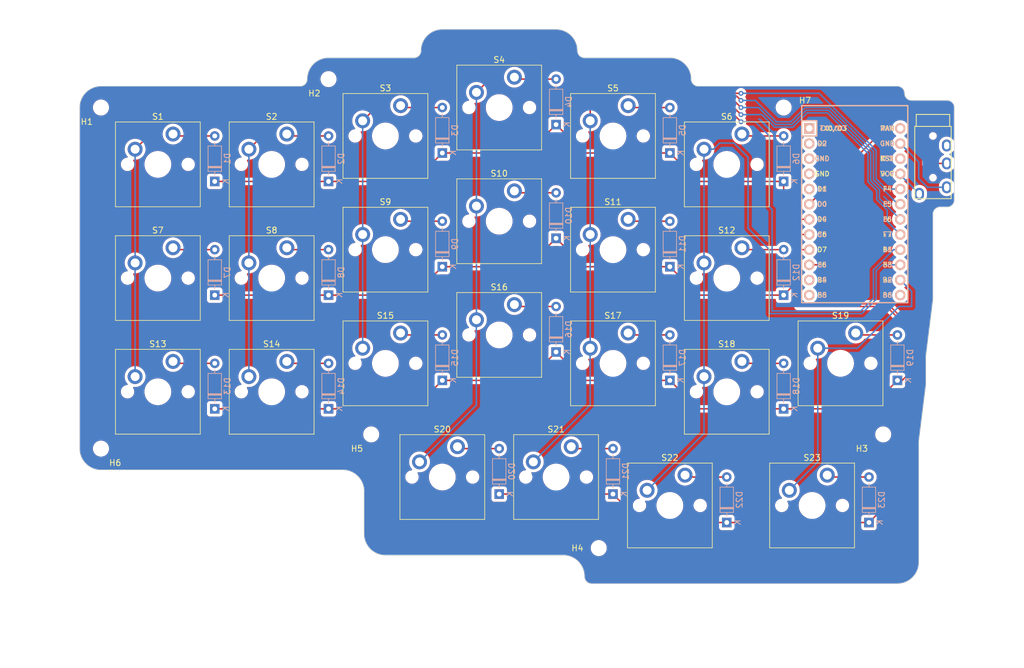
<source format=kicad_pcb>
(kicad_pcb (version 20221018) (generator pcbnew)
  (layers (0 "F.Cu" signal) (31 "B.Cu" signal) (34 "B.Paste" user) (35 "F.Paste" user) (36 "B.SilkS" user "B.Silkscreen") (37 "F.SilkS" user "F.Silkscreen") (38 "B.Mask" user) (39 "F.Mask" user) (44 "Edge.Cuts" user))
  (net 0 "")
  (net 1 "row_L0")
  (net 2 "Net-(D1-A)")
  (net 3 "Net-(D2-A)")
  (net 4 "Net-(D3-A)")
  (net 5 "Net-(D4-A)")
  (net 6 "Net-(D5-A)")
  (net 7 "Net-(D6-A)")
  (net 8 "row_L1")
  (net 9 "Net-(D7-A)")
  (net 10 "Net-(D8-A)")
  (net 11 "Net-(D9-A)")
  (net 12 "Net-(D10-A)")
  (net 13 "Net-(D11-A)")
  (net 14 "Net-(D12-A)")
  (net 15 "row_L2")
  (net 16 "Net-(D13-A)")
  (net 17 "Net-(D14-A)")
  (net 18 "Net-(D15-A)")
  (net 19 "Net-(D16-A)")
  (net 20 "Net-(D17-A)")
  (net 21 "Net-(D18-A)")
  (net 22 "Net-(D19-A)")
  (net 23 "row_L3")
  (net 24 "Net-(D20-A)")
  (net 25 "Net-(D21-A)")
  (net 26 "Net-(D22-A)")
  (net 27 "Net-(D23-A)")
  (net 28 "col_L0")
  (net 29 "col_L1")
  (net 30 "col_L2")
  (net 31 "col_L4")
  (net 32 "col_L3")
  (net 33 "col_L5")
  (net 34 "col_L6")
  (net 40 "SCL_L")
  (net 44 "VCC_L")
  (net 46 "GND_L")
  (footprint "ScottoKeebs_Components:TRRS_PJ-320A" (layer "F.Cu") (at 214.550625 47.374375)
    (fp_text reference "U3")
    (fp_text value "TRRS")
  )
  (footprint "MountingHole:MountingHole_2.2mm_M2" (layer "F.Cu") (at 120.49125 98.980625)
    (fp_text reference "H5")
    (fp_text value "Mounting_Hole")
  )
  (footprint "ScottoKeebs_MX:MX_PCB_1.00u" (layer "F.Cu") (at 122.8725 68.024375)
    (fp_text reference "S9")
    (fp_text value "Keyswitch")
  )
  (footprint "MountingHole:MountingHole_2.2mm_M2" (layer "F.Cu") (at 75.2475 44.211875)
    (fp_text reference "H1")
    (fp_text value "Mounting_Hole")
  )
  (footprint "ScottoKeebs_MX:MX_PCB_1.00u" (layer "F.Cu") (at 141.9225 82.311875)
    (fp_text reference "S16")
    (fp_text value "Keyswitch")
  )
  (footprint "ScottoKeebs_MX:MX_PCB_1.00u" (layer "F.Cu") (at 84.7725 91.836875)
    (fp_text reference "S13")
    (fp_text value "Keyswitch")
  )
  (footprint "ScottoKeebs_MX:MX_PCB_1.00u" (layer "F.Cu") (at 141.9225 63.261875)
    (fp_text reference "S10")
    (fp_text value "Keyswitch")
  )
  (footprint "ScottoKeebs_MX:MX_PCB_1.00u" (layer "F.Cu") (at 103.8225 53.736875)
    (fp_text reference "S2")
    (fp_text value "Keyswitch")
  )
  (footprint "ScottoKeebs_MX:MX_PCB_1.00u" (layer "F.Cu") (at 160.9725 87.074375)
    (fp_text reference "S17")
    (fp_text value "Keyswitch")
  )
  (footprint "MountingHole:MountingHole_2.2mm_M2" (layer "F.Cu") (at 158.59125 118.030625)
    (fp_text reference "H4")
    (fp_text value "Mounting_Hole")
  )
  (footprint "ScottoKeebs_MX:MX_PCB_1.00u" (layer "F.Cu") (at 132.3975 106.124375)
    (fp_text reference "S20")
    (fp_text value "Keyswitch")
  )
  (footprint "ScottoKeebs_MX:MX_PCB_1.00u" (layer "F.Cu") (at 151.4475 106.124375)
    (fp_text reference "S21")
    (fp_text value "Keyswitch")
  )
  (footprint "MountingHole:MountingHole_2.2mm_M2" (layer "F.Cu") (at 189.5475 44.211875)
    (fp_text reference "H7")
    (fp_text value "Mounting_Hole")
  )
  (footprint "ScottoKeebs_MX:MX_PCB_1.00u" (layer "F.Cu") (at 180.0225 53.736875)
    (fp_text reference "S6")
    (fp_text value "Keyswitch")
  )
  (footprint "ScottoKeebs_MX:MX_PCB_1.00u" (layer "F.Cu") (at 180.0225 91.836875)
    (fp_text reference "S18")
    (fp_text value "Keyswitch")
  )
  (footprint "ScottoKeebs_MX:MX_PCB_1.00u" (layer "F.Cu") (at 170.4975 110.886875)
    (fp_text reference "S22")
    (fp_text value "Keyswitch")
  )
  (footprint "ScottoKeebs_MX:MX_PCB_1.00u" (layer "F.Cu") (at 122.8725 48.974375)
    (fp_text reference "S3")
    (fp_text value "Keyswitch")
  )
  (footprint "ScottoKeebs_MX:MX_PCB_1.50u" (layer "F.Cu") (at 194.31 110.886875)
    (fp_text reference "S23")
    (fp_text value "Keyswitch")
  )
  (footprint "ScottoKeebs_MX:MX_PCB_1.00u" (layer "F.Cu") (at 160.9725 48.974375)
    (fp_text reference "S5")
    (fp_text value "Keyswitch")
  )
  (footprint "ScottoKeebs_MCU:Arduino_Pro_Micro" (layer "F.Cu") (at 201.45375 61.674375)
    (fp_text reference "U1" hide)
    (fp_text value "Arduino_Pro_Micro" hide)
  )
  (footprint "ScottoKeebs_MX:MX_PCB_1.00u" (layer "F.Cu") (at 160.9725 68.024375)
    (fp_text reference "S11")
    (fp_text value "Keyswitch")
  )
  (footprint "ScottoKeebs_MX:MX_PCB_1.00u" (layer "F.Cu") (at 199.0725 87.074375)
    (fp_text reference "S19")
    (fp_text value "Keyswitch")
  )
  (footprint "ScottoKeebs_MX:MX_PCB_1.00u" (layer "F.Cu") (at 84.7725 53.736875)
    (fp_text reference "S1")
    (fp_text value "Keyswitch")
  )
  (footprint "ScottoKeebs_MX:MX_PCB_1.00u" (layer "F.Cu") (at 180.0225 72.786875)
    (fp_text reference "S12")
    (fp_text value "Keyswitch")
  )
  (footprint "MountingHole:MountingHole_2.2mm_M2" (layer "F.Cu") (at 206.21625 98.980625)
    (fp_text reference "H3")
    (fp_text value "Mounting_Hole")
  )
  (footprint "MountingHole:MountingHole_2.2mm_M2" (layer "F.Cu") (at 113.3475 39.449375)
    (fp_text reference "H2")
    (fp_text value "Mounting_Hole")
  )
  (footprint "ScottoKeebs_MX:MX_PCB_1.00u" (layer "F.Cu") (at 84.7725 72.786875)
    (fp_text reference "S7")
    (fp_text value "Keyswitch")
  )
  (footprint "MountingHole:MountingHole_2.2mm_M2" (layer "F.Cu") (at 75.2475 101.361875)
    (fp_text reference "H6")
    (fp_text value "Mounting_Hole")
  )
  (footprint "ScottoKeebs_MX:MX_PCB_1.00u" (layer "F.Cu") (at 141.9225 44.211875)
    (fp_text reference "S4")
    (fp_text value "Keyswitch")
  )
  (footprint "ScottoKeebs_MX:MX_PCB_1.00u" (layer "F.Cu") (at 103.8225 91.836875)
    (fp_text reference "S14")
    (fp_text value "Keyswitch")
  )
  (footprint "ScottoKeebs_MX:MX_PCB_1.00u" (layer "F.Cu") (at 122.8725 87.074375)
    (fp_text reference "S15")
    (fp_text value "Keyswitch")
  )
  (footprint "ScottoKeebs_MX:MX_PCB_1.00u" (layer "F.Cu") (at 103.8225 72.786875)
    (fp_text reference "S8")
    (fp_text value "Keyswitch")
  )
  (footprint "ScottoKeebs_Components:Diode_DO-35" (layer "B.Cu") (at 189.5475 56.594375 90)
    (fp_text reference "D6")
    (fp_text value "Diode")
  )
  (footprint "ScottoKeebs_Components:Diode_DO-35" (layer "B.Cu") (at 94.2975 56.594375 90)
    (fp_text reference "D1")
    (fp_text value "Diode")
  )
  (footprint "ScottoKeebs_Components:Diode_DO-35" (layer "B.Cu") (at 94.2975 75.644375 90)
    (fp_text reference "D7")
    (fp_text value "Diode")
  )
  (footprint "ScottoKeebs_Components:Diode_DO-35" (layer "B.Cu") (at 132.3975 51.831875 90)
    (fp_text reference "D3")
    (fp_text value "Diode")
  )
  (footprint "ScottoKeebs_Components:Diode_DO-35" (layer "B.Cu") (at 203.835 113.744375 90)
    (fp_text reference "D23")
    (fp_text value "Diode")
  )
  (footprint "ScottoKeebs_Components:Diode_DO-35" (layer "B.Cu") (at 170.4975 89.931875 90)
    (fp_text reference "D17")
    (fp_text value "Diode")
  )
  (footprint "ScottoKeebs_Components:Diode_DO-35" (layer "B.Cu") (at 94.2975 94.694375 90)
    (fp_text reference "D13")
    (fp_text value "Diode")
  )
  (footprint "ScottoKeebs_Components:Diode_DO-35" (layer "B.Cu") (at 151.4475 85.169375 90)
    (fp_text reference "D16")
    (fp_text value "Diode")
  )
  (footprint "ScottoKeebs_Components:Diode_DO-35" (layer "B.Cu") (at 141.9225 108.981875 90)
    (fp_text reference "D20")
    (fp_text value "Diode")
  )
  (footprint "ScottoKeebs_Components:Diode_DO-35" (layer "B.Cu") (at 151.4475 47.069375 90)
    (fp_text reference "D4")
    (fp_text value "Diode")
  )
  (footprint "ScottoKeebs_Components:Diode_DO-35" (layer "B.Cu") (at 170.4975 51.831875 90)
    (fp_text reference "D5")
    (fp_text value "Diode")
  )
  (footprint "ScottoKeebs_Components:Diode_DO-35" (layer "B.Cu") (at 189.5475 94.694375 90)
    (fp_text reference "D18")
    (fp_text value "Diode")
  )
  (footprint "ScottoKeebs_Components:Diode_DO-35" (layer "B.Cu") (at 132.3975 70.881875 90)
    (fp_text reference "D9")
    (fp_text value "Diode")
  )
  (footprint "ScottoKeebs_Components:Diode_DO-35" (layer "B.Cu") (at 132.3975 89.931875 90)
    (fp_text reference "D15")
    (fp_text value "Diode")
  )
  (footprint "ScottoKeebs_Components:Diode_DO-35" (layer "B.Cu") (at 189.5475 75.644375 90)
    (fp_text reference "D12")
    (fp_text value "Diode")
  )
  (footprint "ScottoKeebs_Components:Diode_DO-35" (layer "B.Cu") (at 208.5975 89.931875 90)
    (fp_text reference "D19")
    (fp_text value "Diode")
  )
  (footprint "ScottoKeebs_Components:Diode_DO-35" (layer "B.Cu") (at 113.3475 56.594375 90)
    (fp_text reference "D2")
    (fp_text value "Diode")
  )
  (footprint "ScottoKeebs_Components:Diode_DO-35" (layer "B.Cu") (at 160.9725 108.981875 90)
    (fp_text reference "D21")
    (fp_text value "Diode")
  )
  (footprint "ScottoKeebs_Components:Diode_DO-35" (layer "B.Cu") (at 113.3475 94.694375 90)
    (fp_text reference "D14")
    (fp_text value "Diode")
  )
  (footprint "ScottoKeebs_Components:Diode_DO-35" (layer "B.Cu") (at 113.3475 75.644375 90)
    (fp_text reference "D8")
    (fp_text value "Diode")
  )
  (footprint "ScottoKeebs_Components:Diode_DO-35" (layer "B.Cu") (at 170.4975 70.881875 90)
    (fp_text reference "D11")
    (fp_text value "Diode")
  )
  (footprint "ScottoKeebs_Components:Diode_DO-35" (layer "B.Cu") (at 180.0225 113.744375 90)
    (fp_text reference "D22")
    (fp_text value "Diode")
  )
  (footprint "ScottoKeebs_Components:Diode_DO-35" (layer "B.Cu") (at 151.4475 66.119375 90)
    (fp_text reference "D10")
    (fp_text value "Diode")
  )
  (gr_arc (start 175.26 40.64) (mid 174.418101 40.291274) (end 174.069375 39.449375) (stroke (width 0.1)) (layer "Edge.Cuts"))
  (gr_arc (start 122.8725 119.22125) (mid 120.346803 118.175072) (end 119.300625 115.649375) (stroke (width 0.1)) (layer "Edge.Cuts"))
  (gr_arc (start 109.775625 39.449375) (mid 109.426899 40.291274) (end 108.585 40.64) (stroke (width 0.1)) (layer "Edge.Cuts"))
  (gr_line (start 213.36 90.64625) (end 212.169375 100.17125) (stroke (width 0.1)) (layer "Edge.Cuts"))
  (gr_line (start 75.2475 104.93375) (end 113.3475 104.93375) (stroke (width 0.1)) (layer "Edge.Cuts"))
  (gr_line (start 218.1225 44.211875) (end 218.1225 50.165) (stroke (width 0.1)) (layer "Edge.Cuts"))
  (gr_arc (start 71.675625 44.211875) (mid 72.721803 41.686178) (end 75.2475 40.64) (stroke (width 0.1)) (layer "Edge.Cuts"))
  (gr_line (start 75.2475 40.64) (end 108.585 40.64) (stroke (width 0.1)) (layer "Edge.Cuts"))
  (gr_line (start 210.97875 43.02125) (end 216.931875 43.02125) (stroke (width 0.1)) (layer "Edge.Cuts"))
  (gr_line (start 122.8725 119.22125) (end 152.638125 119.22125) (stroke (width 0.1)) (layer "Edge.Cuts"))
  (gr_arc (start 216.931875 43.02125) (mid 217.77379 43.369967) (end 218.1225 44.211875) (stroke (width 0.1)) (layer "Edge.Cuts"))
  (gr_line (start 132.3975 31.115) (end 151.4475 31.115) (stroke (width 0.1)) (layer "Edge.Cuts"))
  (gr_arc (start 152.638125 119.22125) (mid 155.163824 120.267434) (end 156.21 122.793125) (stroke (width 0.1)) (layer "Edge.Cuts"))
  (gr_arc (start 218.1225 59.69) (mid 217.773764 60.531874) (end 216.931875 60.880625) (stroke (width 0.1)) (layer "Edge.Cuts"))
  (gr_line (start 119.300625 108.505625) (end 119.300625 115.649375) (stroke (width 0.1)) (layer "Edge.Cuts"))
  (gr_arc (start 151.4475 31.115) (mid 153.973197 32.161178) (end 155.019375 34.686875) (stroke (width 0.1)) (layer "Edge.Cuts"))
  (gr_arc (start 214.550625 62.07125) (mid 214.899357 61.229349) (end 215.74125 60.880625) (stroke (width 0.1)) (layer "Edge.Cuts"))
  (gr_arc (start 210.97875 43.02125) (mid 210.136866 42.672509) (end 209.788125 41.830625) (stroke (width 0.1)) (layer "Edge.Cuts"))
  (gr_line (start 218.1225 59.69) (end 218.1225 50.165) (stroke (width 0.1)) (layer "Edge.Cuts"))
  (gr_line (start 175.26 40.64) (end 208.5975 40.64) (stroke (width 0.1)) (layer "Edge.Cuts"))
  (gr_line (start 71.675625 98.980625) (end 71.675625 101.361875) (stroke (width 0.1)) (layer "Edge.Cuts"))
  (gr_arc (start 109.775625 39.449375) (mid 110.821803 36.923678) (end 113.3475 35.8775) (stroke (width 0.1)) (layer "Edge.Cuts"))
  (gr_arc (start 115.72875 104.93375) (mid 118.254432 105.979943) (end 119.300625 108.505625) (stroke (width 0.1)) (layer "Edge.Cuts"))
  (gr_line (start 212.169375 120.411875) (end 212.169375 100.17125) (stroke (width 0.1)) (layer "Edge.Cuts"))
  (gr_line (start 214.550625 76.35875) (end 214.550625 62.07125) (stroke (width 0.1)) (layer "Edge.Cuts"))
  (gr_arc (start 128.825625 34.686875) (mid 128.476899 35.528774) (end 127.635 35.8775) (stroke (width 0.1)) (layer "Edge.Cuts"))
  (gr_line (start 113.3475 35.8775) (end 127.635 35.8775) (stroke (width 0.1)) (layer "Edge.Cuts"))
  (gr_arc (start 75.2475 104.93375) (mid 72.721803 103.887572) (end 71.675625 101.361875) (stroke (width 0.1)) (layer "Edge.Cuts"))
  (gr_line (start 156.21 35.8775) (end 168.11625 35.8775) (stroke (width 0.1)) (layer "Edge.Cuts"))
  (gr_line (start 157.400625 123.98375) (end 208.5975 123.98375) (stroke (width 0.1)) (layer "Edge.Cuts"))
  (gr_arc (start 212.169375 120.411875) (mid 211.123197 122.937572) (end 208.5975 123.98375) (stroke (width 0.1)) (layer "Edge.Cuts"))
  (gr_line (start 113.3475 104.93375) (end 115.72875 104.93375) (stroke (width 0.1)) (layer "Edge.Cuts"))
  (gr_line (start 213.36 85.88375) (end 213.36 90.64625) (stroke (width 0.1)) (layer "Edge.Cuts"))
  (gr_arc (start 170.4975 35.8775) (mid 173.023197 36.923678) (end 174.069375 39.449375) (stroke (width 0.1)) (layer "Edge.Cuts"))
  (gr_line (start 168.11625 35.8775) (end 170.4975 35.8775) (stroke (width 0.1)) (layer "Edge.Cuts"))
  (gr_arc (start 156.21 35.8775) (mid 155.368101 35.528774) (end 155.019375 34.686875) (stroke (width 0.1)) (layer "Edge.Cuts"))
  (gr_arc (start 157.400625 123.98375) (mid 156.558692 123.635036) (end 156.21 122.793125) (stroke (width 0.1)) (layer "Edge.Cuts"))
  (gr_line (start 214.550625 76.35875) (end 213.36 85.88375) (stroke (width 0.1)) (layer "Edge.Cuts"))
  (gr_arc (start 208.5975 40.64) (mid 209.439417 40.988723) (end 209.788125 41.830625) (stroke (width 0.1)) (layer "Edge.Cuts"))
  (gr_line (start 71.675625 44.211875) (end 71.675625 98.980625) (stroke (width 0.1)) (layer "Edge.Cuts"))
  (gr_line (start 216.931875 60.880625) (end 215.74125 60.880625) (stroke (width 0.1)) (layer "Edge.Cuts"))
  (gr_arc (start 128.825625 34.686875) (mid 129.871803 32.161178) (end 132.3975 31.115) (stroke (width 0.1)) (layer "Edge.Cuts"))
  (segment (start 151.4475 47.069375) (end 156.21 51.831875) (width 0.25) (layer "F.Cu") (net 1))
  (segment (start 156.21 51.831875) (end 170.4975 51.831875) (width 0.25) (layer "F.Cu") (net 1))
  (segment (start 146.685 51.831875) (end 151.4475 47.069375) (width 0.25) (layer "F.Cu") (net 1))
  (segment (start 191.61125 62.944375) (end 193.83375 62.944375) (width 0.25) (layer "F.Cu") (net 1))
  (segment (start 170.4975 51.831875) (end 175.26 56.594375) (width 0.25) (layer "F.Cu") (net 1))
  (segment (start 113.3475 56.594375) (end 127.635 56.594375) (width 0.25) (layer "F.Cu") (net 1))
  (segment (start 189.5475 56.594375) (end 189.5475 60.880625) (width 0.25) (layer "F.Cu") (net 1))
  (segment (start 175.26 56.594375) (end 189.5475 56.594375) (width 0.25) (layer "F.Cu") (net 1))
  (segment (start 94.2975 56.594375) (end 113.3475 56.594375) (width 0.25) (layer "F.Cu") (net 1))
  (segment (start 132.3975 51.831875) (end 146.685 51.831875) (width 0.25) (layer "F.Cu") (net 1))
  (segment (start 189.5475 60.880625) (end 191.61125 62.944375) (width 0.25) (layer "F.Cu") (net 1))
  (segment (start 127.635 56.594375) (end 132.3975 51.831875) (width 0.25) (layer "F.Cu") (net 1))
  (segment (start 87.63 48.974375) (end 87.3125 48.656875) (width 0.25) (layer "F.Cu") (net 2))
  (segment (start 94.2975 48.974375) (end 87.63 48.974375) (width 0.25) (layer "F.Cu") (net 2))
  (segment (start 113.3475 48.974375) (end 106.68 48.974375) (width 0.25) (layer "F.Cu") (net 3))
  (segment (start 106.68 48.974375) (end 106.3625 48.656875) (width 0.25) (layer "F.Cu") (net 3))
  (segment (start 125.73 44.211875) (end 125.4125 43.894375) (width 0.25) (layer "F.Cu") (net 4))
  (segment (start 132.3975 44.211875) (end 125.73 44.211875) (width 0.25) (layer "F.Cu") (net 4))
  (segment (start 151.4475 39.449375) (end 144.78 39.449375) (width 0.25) (layer "F.Cu") (net 5))
  (segment (start 144.78 39.449375) (end 144.4625 39.131875) (width 0.25) (layer "F.Cu") (net 5))
  (segment (start 163.83 44.211875) (end 163.5125 43.894375) (width 0.25) (layer "F.Cu") (net 6))
  (segment (start 170.4975 44.211875) (end 163.83 44.211875) (width 0.25) (layer "F.Cu") (net 6))
  (segment (start 189.5475 48.974375) (end 182.88 48.974375) (width 0.25) (layer "F.Cu") (net 7))
  (segment (start 182.88 48.974375) (end 182.5625 48.656875) (width 0.25) (layer "F.Cu") (net 7))
  (segment (start 189.5475 75.644375) (end 175.26 75.644375) (width 0.25) (layer "F.Cu") (net 8))
  (segment (start 191.47875 66.093125) (end 192.0875 65.484375) (width 0.25) (layer "F.Cu") (net 8))
  (segment (start 132.3975 70.881875) (end 146.685 70.881875) (width 0.25) (layer "F.Cu") (net 8))
  (segment (start 127.635 75.644375) (end 132.3975 70.881875) (width 0.25) (layer "F.Cu") (net 8))
  (segment (start 146.685 70.881875) (end 151.4475 66.119375) (width 0.25) (layer "F.Cu") (net 8))
  (segment (start 191.47875 73.713125) (end 191.47875 66.093125) (width 0.25) (layer "F.Cu") (net 8))
  (segment (start 192.0875 65.484375) (end 193.83375 65.484375) (width 0.25) (layer "F.Cu") (net 8))
  (segment (start 156.21 70.881875) (end 151.4475 66.119375) (width 0.25) (layer "F.Cu") (net 8))
  (segment (start 113.3475 75.644375) (end 127.635 75.644375) (width 0.25) (layer "F.Cu") (net 8))
  (segment (start 175.26 75.644375) (end 170.4975 70.881875) (width 0.25) (layer "F.Cu") (net 8))
  (segment (start 189.5475 75.644375) (end 191.47875 73.713125) (width 0.25) (layer "F.Cu") (net 8))
  (segment (start 94.2975 75.644375) (end 113.3475 75.644375) (width 0.25) (layer "F.Cu") (net 8))
  (segment (start 170.4975 70.881875) (end 156.21 70.881875) (width 0.25) (layer "F.Cu") (net 8))
  (segment (start 87.63 68.024375) (end 87.3125 67.706875) (width 0.25) (layer "F.Cu") (net 9))
  (segment (start 94.2975 68.024375) (end 87.63 68.024375) (width 0.25) (layer "F.Cu") (net 9))
  (segment (start 113.3475 68.024375) (end 106.68 68.024375) (width 0.25) (layer "F.Cu") (net 10))
  (segment (start 106.68 68.024375) (end 106.3625 67.706875) (width 0.25) (layer "F.Cu") (net 10))
  (segment (start 132.3975 63.261875) (end 125.73 63.261875) (width 0.25) (layer "F.Cu") (net 11))
  (segment (start 125.73 63.261875) (end 125.4125 62.944375) (width 0.25) (layer "F.Cu") (net 11))
  (segment (start 151.4475 58.499375) (end 144.78 58.499375) (width 0.25) (layer "F.Cu") (net 12))
  (segment (start 144.78 58.499375) (end 144.4625 58.181875) (width 0.25) (layer "F.Cu") (net 12))
  (segment (start 163.83 63.261875) (end 163.5125 62.944375) (width 0.25) (layer "F.Cu") (net 13))
  (segment (start 170.4975 63.261875) (end 163.83 63.261875) (width 0.25) (layer "F.Cu") (net 13))
  (segment (start 189.5475 68.024375) (end 182.88 68.024375) (width 0.25) (layer "F.Cu") (net 14))
  (segment (start 182.88 68.024375) (end 182.5625 67.706875) (width 0.25) (layer "F.Cu") (net 14))
  (segment (start 127.635 94.694375) (end 132.3975 89.931875) (width 0.25) (layer "F.Cu") (net 15))
  (segment (start 156.21 89.931875) (end 170.4975 89.931875) (width 0.25) (layer "F.Cu") (net 15))
  (segment (start 191.92875 77.549375) (end 191.92875 68.024375) (width 0.25) (layer "F.Cu") (net 15))
  (segment (start 210.52875 81.307646) (end 206.770479 77.549375) (width 0.25) (layer "F.Cu") (net 15))
  (segment (start 208.5975 89.931875) (end 209.3975 89.931875) (width 0.25) (layer "F.Cu") (net 15))
  (segment (start 209.3975 89.931875) (end 210.52875 88.800625) (width 0.25) (layer "F.Cu") (net 15))
  (segment (start 132.3975 89.931875) (end 146.685 89.931875) (width 0.25) (layer "F.Cu") (net 15))
  (segment (start 191.92875 68.024375) (end 193.83375 68.024375) (width 0.25) (layer "F.Cu") (net 15))
  (segment (start 210.52875 88.800625) (end 210.52875 81.307646) (width 0.25) (layer "F.Cu") (net 15))
  (segment (start 113.3475 94.694375) (end 127.635 94.694375) (width 0.25) (layer "F.Cu") (net 15))
  (segment (start 146.685 89.931875) (end 151.4475 85.169375) (width 0.25) (layer "F.Cu") (net 15))
  (segment (start 203.835 94.694375) (end 208.5975 89.931875) (width 0.25) (layer "F.Cu") (net 15))
  (segment (start 170.4975 89.931875) (end 175.26 94.694375) (width 0.25) (layer "F.Cu") (net 15))
  (segment (start 175.26 94.694375) (end 189.5475 94.694375) (width 0.25) (layer "F.Cu") (net 15))
  (segment (start 189.5475 94.694375) (end 203.835 94.694375) (width 0.25) (layer "F.Cu") (net 15))
  (segment (start 94.2975 94.694375) (end 113.3475 94.694375) (width 0.25) (layer "F.Cu") (net 15))
  (segment (start 151.4475 85.169375) (end 156.21 89.931875) (width 0.25) (layer "F.Cu") (net 15))
  (segment (start 206.770479 77.549375) (end 191.92875 77.549375) (width 0.25) (layer "F.Cu") (net 15))
  (segment (start 87.63 87.074375) (end 87.3125 86.756875) (width 0.25) (layer "F.Cu") (net 16))
  (segment (start 94.2975 87.074375) (end 87.63 87.074375) (width 0.25) (layer "F.Cu") (net 16))
  (segment (start 106.68 87.074375) (end 106.3625 86.756875) (width 0.25) (layer "F.Cu") (net 17))
  (segment (start 113.3475 87.074375) (end 106.68 87.074375) (width 0.25) (layer "F.Cu") (net 17))
  (segment (start 132.3975 82.311875) (end 125.73 82.311875) (width 0.25) (layer "F.Cu") (net 18))
  (segment (start 125.73 82.311875) (end 125.4125 81.994375) (width 0.25) (layer "F.Cu") (net 18))
  (segment (start 144.78 77.549375) (end 144.4625 77.231875) (width 0.25) (layer "F.Cu") (net 19))
  (segment (start 151.4475 77.549375) (end 144.78 77.549375) (width 0.25) (layer "F.Cu") (net 19))
  (segment (start 170.4975 82.311875) (end 163.83 82.311875) (width 0.25) (layer "F.Cu") (net 20))
  (segment (start 163.83 82.311875) (end 163.5125 81.994375) (width 0.25) (layer "F.Cu") (net 20))
  (segment (start 189.5475 87.074375) (end 182.88 87.074375) (width 0.25) (layer "F.Cu") (net 21))
  (segment (start 182.88 87.074375) (end 182.5625 86.756875) (width 0.25) (layer "F.Cu") (net 21))
  (segment (start 208.5975 82.311875) (end 201.93 82.311875) (width 0.25) (layer "F.Cu") (net 22))
  (segment (start 201.93 82.311875) (end 201.6125 81.994375) (width 0.25) (layer "F.Cu") (net 22))
  (segment (start 203.835 113.744375) (end 210.97875 106.600625) (width 0.25) (layer "F.Cu") (net 23))
  (segment (start 141.9225 108.981875) (end 160.9725 108.981875) (width 0.25) (layer "F.Cu") (net 23))
  (segment (start 160.9725 108.981875) (end 165.735 113.744375) (width 0.25) (layer "F.Cu") (net 23))
  (segment (start 195.500625 77.099375) (end 195.500625 70.405625) (width 0.25) (layer "F.Cu") (net 23))
  (segment (start 180.0225 113.744375) (end 203.835 113.744375) (width 0.25) (layer "F.Cu") (net 23))
  (segment (start 206.956875 77.099375) (end 195.500625 77.099375) (width 0.25) (layer "F.Cu") (net 23))
  (segment (start 210.97875 81.12125) (end 206.956875 77.099375) (width 0.25) (layer "F.Cu") (net 23))
  (segment (start 195.341875 70.564375) (end 193.83375 70.564375) (width 0.25) (layer "F.Cu") (net 23))
  (segment (start 210.97875 106.600625) (end 210.97875 81.12125) (width 0.25) (layer "F.Cu") (net 23))
  (segment (start 165.735 113.744375) (end 180.0225 113.744375) (width 0.25) (layer "F.Cu") (net 23))
  (segment (start 195.500625 70.405625) (end 195.341875 70.564375) (width 0.25) (layer "F.Cu") (net 23))
  (segment (start 135.255 101.361875) (end 134.9375 101.044375) (width 0.25) (layer "F.Cu") (net 24))
  (segment (start 141.9225 101.361875) (end 135.255 101.361875) (width 0.25) (layer "F.Cu") (net 24))
  (segment (start 160.9725 101.361875) (end 154.305 101.361875) (width 0.25) (layer "F.Cu") (net 25))
  (segment (start 154.305 101.361875) (end 153.9875 101.044375) (width 0.25) (layer "F.Cu") (net 25))
  (segment (start 173.355 106.124375) (end 173.0375 105.806875) (width 0.25) (layer "F.Cu") (net 26))
  (segment (start 180.0225 106.124375) (end 173.355 106.124375) (width 0.25) (layer "F.Cu") (net 26))
  (segment (start 197.1675 106.124375) (end 196.85 105.806875) (width 0.25) (layer "F.Cu") (net 27))
  (segment (start 203.835 106.124375) (end 197.1675 106.124375) (width 0.25) (layer "F.Cu") (net 27))
  (segment (start 174.069375 41.830625) (end 182.40375 41.830625) (width 0.25) (layer "F.Cu") (net 28))
  (segment (start 88.344375 44.211875) (end 113.3475 44.211875) (width 0.25) (layer "F.Cu") (net 28))
  (segment (start 160.9725 37.068125) (end 170.4975 37.068125) (width 0.25) (layer "F.Cu") (net 28))
  (segment (start 170.4975 37.068125) (end 172.87875 39.449375) (width 0.25) (layer "F.Cu") (net 28))
  (segment (start 113.3475 44.211875) (end 118.11 39.449375) (width 0.25) (layer "F.Cu") (net 28))
  (segment (start 151.4475 34.686875) (end 156.21 39.449375) (width 0.25) (layer "F.Cu") (net 28))
  (segment (start 80.9625 51.196875) (end 87.9475 44.211875) (width 0.25) (layer "F.Cu") (net 28))
  (segment (start 158.59125 39.449375) (end 160.9725 37.068125) (width 0.25) (layer "F.Cu") (net 28))
  (segment (start 118.11 39.449375) (end 132.3975 39.449375) (width 0.25) (layer "F.Cu") (net 28))
  (segment (start 137.16 34.686875) (end 151.4475 34.686875) (width 0.25) (layer "F.Cu") (net 28))
  (segment (start 87.9475 44.211875) (end 88.344375 44.211875) (width 0.25) (layer "F.Cu") (net 28))
  (segment (start 172.87875 39.449375) (end 172.87875 40.64) (width 0.25) (layer "F.Cu") (net 28))
  (segment (start 132.3975 39.449375) (end 137.16 34.686875) (width 0.25) (layer "F.Cu") (net 28))
  (segment (start 156.21 39.449375) (end 158.59125 39.449375) (width 0.25) (layer "F.Cu") (net 28))
  (segment (start 172.87875 40.64) (end 174.069375 41.830625) (width 0.25) (layer "F.Cu") (net 28))
  (via (at 182.40375 41.830625) (size 0.8) (drill 0.4) (layers "F.Cu" "B.Cu") (net 28))
  (segment (start 80.9625 51.196875) (end 80.9625 89.296875) (width 0.25) (layer "B.Cu") (net 28))
  (segment (start 205.025625 51.355625) (end 205.025625 56.118125) (width 0.25) (layer "B.Cu") (net 28))
  (segment (start 205.025625 56.118125) (end 206.771875 57.864375) (width 0.25) (layer "B.Cu") (net 28))
  (segment (start 206.771875 57.864375) (end 209.07375 57.864375) (width 0.25) (layer "B.Cu") (net 28))
  (segment (start 182.40375 41.830625) (end 195.500625 41.830625) (width 0.25) (layer "B.Cu") (net 28))
  (segment (start 195.500625 41.830625) (end 205.025625 51.355625) (width 0.25) (layer "B.Cu") (net 28))
  (segment (start 136.882886 35.600385) (end 137.346396 35.136875) (width 0.25) (layer "F.Cu") (net 29))
  (segment (start 158.777646 39.899375) (end 160.695386 37.981635) (width 0.25) (layer "F.Cu") (net 29))
  (segment (start 172.42875 39.635771) (end 172.42875 40.826396) (width 0.25) (layer "F.Cu") (net 29))
  (segment (start 100.0125 51.196875) (end 106.5475 44.661875) (width 0.25) (layer "F.Cu") (net 29))
  (segment (start 161.158896 37.518125) (end 166.925625 37.518125) (width 0.25) (layer "F.Cu") (net 29))
  (segment (start 151.261104 35.136875) (end 155.29649 39.17226) (width 0.25) (layer "F.Cu") (net 29))
  (segment (start 155.29649 39.17226) (end 156.023604 39.899375) (width 0.25) (layer "F.Cu") (net 29))
  (segment (start 181.213125 42.280625) (end 181.663125 42.280625) (width 0.25) (layer "F.Cu") (net 29))
  (segment (start 160.695386 37.981635) (end 161.158896 37.518125) (width 0.25) (layer "F.Cu") (net 29))
  (segment (start 172.42875 40.826396) (end 173.155865 41.553511) (width 0.25) (layer "F.Cu") (net 29))
  (segment (start 156.023604 39.899375) (end 158.777646 39.899375) (width 0.25) (layer "F.Cu") (net 29))
  (segment (start 171.369927 38.576948) (end 172.42875 39.635771) (width 0.25) (layer "F.Cu") (net 29))
  (segment (start 113.533896 44.661875) (end 118.296396 39.899375) (width 0.25) (layer "F.Cu") (net 29))
  (segment (start 132.583896 39.899375) (end 136.882886 35.600385) (width 0.25) (layer "F.Cu") (net 29))
  (segment (start 118.296396 39.899375) (end 132.583896 39.899375) (width 0.25) (layer "F.Cu") (net 29))
  (segment (start 170.311104 37.518125) (end 171.369927 38.576948) (width 0.25) (layer "F.Cu") (net 29))
  (segment (start 137.346396 35.136875) (end 151.261104 35.136875) (width 0.25) (layer "F.Cu") (net 29))
  (segment (start 173.882979 42.280625) (end 181.213125 42.280625) (width 0.25) (layer "F.Cu") (net 29))
  (segment (start 173.155865 41.553511) (end 173.882979 42.280625) (width 0.25) (layer "F.Cu") (net 29))
  (segment (start 181.663125 42.280625) (end 182.40375 43.02125) (width 0.25) (layer "F.Cu") (net 29))
  (segment (start 166.925625 37.518125) (end 170.311104 37.518125) (width 0.25) (layer "F.Cu") (net 29))
  (segment (start 107.394375 44.661875) (end 113.533896 44.661875) (width 0.25) (layer "F.Cu") (net 29))
  (segment (start 106.5475 44.661875) (end 107.394375 44.661875) (width 0.25) (layer "F.Cu") (net 29))
  (via (at 182.40375 43.02125) (size 0.8) (drill 0.4) (layers "F.Cu" "B.Cu") (net 29))
  (segment (start 204.575625 56.304521) (end 208.675479 60.404375) (width 0.25) (layer "B.Cu") (net 29))
  (segment (start 184.785 43.02125) (end 188.356875 46.593125) (width 0.25) (layer "B.Cu") (net 29))
  (segment (start 204.575625 51.542021) (end 204.575625 56.304521) (width 0.25) (layer "B.Cu") (net 29))
  (segment (start 100.0125 51.196875) (end 100.0125 89.296875) (width 0.25) (layer "B.Cu") (net 29))
  (segment (start 197.245479 44.211875) (end 204.575625 51.542021) (width 0.25) (layer "B.Cu") (net 29))
  (segment (start 193.119375 44.211875) (end 197.245479 44.211875) (width 0.25) (layer "B.Cu") (net 29))
  (segment (start 182.40375 43.02125) (end 184.785 43.02125) (width 0.25) (layer "B.Cu") (net 29))
  (segment (start 190.738125 46.593125) (end 193.119375 44.211875) (width 0.25) (layer "B.Cu") (net 29))
  (segment (start 188.356875 46.593125) (end 190.738125 46.593125) (width 0.25) (layer "B.Cu") (net 29))
  (segment (start 208.675479 60.404375) (end 209.07375 60.404375) (width 0.25) (layer "B.Cu") (net 29))
  (segment (start 172.837667 41.871709) (end 173.696583 42.730625) (width 0.25) (layer "F.Cu") (net 30))
  (segment (start 151.074708 35.586875) (end 155.837208 40.349375) (width 0.25) (layer "F.Cu") (net 30))
  (segment (start 181.213125 43.02125) (end 182.40375 44.211875) (width 0.25) (layer "F.Cu") (net 30))
  (segment (start 125.1475 40.349375) (end 125.25375 40.349375) (width 0.25) (layer "F.Cu") (net 30))
  (segment (start 161.345292 37.968125) (end 170.124708 37.968125) (width 0.25) (layer "F.Cu") (net 30))
  (segment (start 132.770292 40.349375) (end 137.532792 35.586875) (width 0.25) (layer "F.Cu") (net 30))
  (segment (start 119.0625 46.434375) (end 125.1475 40.349375) (width 0.25) (layer "F.Cu") (net 30))
  (segment (start 170.124708 37.968125) (end 171.647042 39.490459) (width 0.25) (layer "F.Cu") (net 30))
  (segment (start 171.97875 41.012792) (end 172.837667 41.871709) (width 0.25) (layer "F.Cu") (net 30))
  (segment (start 125.25375 40.349375) (end 132.770292 40.349375) (width 0.25) (layer "F.Cu") (net 30))
  (segment (start 155.837208 40.349375) (end 158.964042 40.349375) (width 0.25) (layer "F.Cu") (net 30))
  (segment (start 171.97875 39.822167) (end 171.97875 41.012792) (width 0.25) (layer "F.Cu") (net 30))
  (segment (start 171.647042 39.490459) (end 171.97875 39.822167) (width 0.25) (layer "F.Cu") (net 30))
  (segment (start 137.532792 35.586875) (end 151.074708 35.586875) (width 0.25) (layer "F.Cu") (net 30))
  (segment (start 158.964042 40.349375) (end 161.345292 37.968125) (width 0.25) (layer "F.Cu") (net 30))
  (segment (start 181.213125 42.730625) (end 181.213125 43.02125) (width 0.25) (layer "F.Cu") (net 30))
  (segment (start 173.696583 42.730625) (end 181.213125 42.730625) (width 0.25) (layer "F.Cu") (net 30))
  (via (at 182.40375 44.211875) (size 0.8) (drill 0.4) (layers "F.Cu" "B.Cu") (net 30))
  (segment (start 185.339229 44.211875) (end 188.170479 47.043125) (width 0.25) (layer "B.Cu") (net 30))
  (segment (start 205.579854 57.945146) (end 205.579854 59.450479) (width 0.25) (layer "B.Cu") (net 30))
  (segment (start 193.305771 44.661875) (end 197.059083 44.661875) (width 0.25) (layer "B.Cu") (net 30))
  (segment (start 197.059083 44.661875) (end 204.125625 51.728417) (width 0.25) (layer "B.Cu") (net 30))
  (segment (start 188.170479 47.043125) (end 190.924521 47.043125) (width 0.25) (layer "B.Cu") (net 30))
  (segment (start 182.40375 44.211875) (end 185.339229 44.211875) (width 0.25) (layer "B.Cu") (net 30))
  (segment (start 205.579854 59.450479) (end 209.07375 62.944375) (width 0.25) (layer "B.Cu") (net 30))
  (segment (start 190.924521 47.043125) (end 193.305771 44.661875) (width 0.25) (layer "B.Cu") (net 30))
  (segment (start 204.125625 56.490917) (end 205.579854 57.945146) (width 0.25) (layer "B.Cu") (net 30))
  (segment (start 119.0625 46.434375) (end 119.0625 84.534375) (width 0.25) (layer "B.Cu") (net 30))
  (segment (start 204.125625 51.728417) (end 204.125625 56.490917) (width 0.25) (layer "B.Cu") (net 30))
  (segment (start 178.831875 43.630625) (end 179.44125 43.630625) (width 0.25) (layer "F.Cu") (net 31))
  (segment (start 172.201271 42.508105) (end 173.323791 43.630625) (width 0.25) (layer "F.Cu") (net 31))
  (segment (start 157.1625 43.423709) (end 161.64998 38.936229) (width 0.25) (layer "F.Cu") (net 31))
  (segment (start 173.323791 43.630625) (end 178.831875 43.630625) (width 0.25) (layer "F.Cu") (net 31))
  (segment (start 161.64998 38.936229) (end 161.718084 38.868125) (width 0.25) (layer "F.Cu") (net 31))
  (segment (start 179.44125 43.630625) (end 182.40375 46.593125) (width 0.25) (layer "F.Cu") (net 31))
  (segment (start 171.07875 40.194959) (end 171.07875 41.385584) (width 0.25) (layer "F.Cu") (net 31))
  (segment (start 171.07875 41.385584) (end 172.201271 42.508105) (width 0.25) (layer "F.Cu") (net 31))
  (segment (start 169.751916 38.868125) (end 171.07875 40.194959) (width 0.25) (layer "F.Cu") (net 31))
  (segment (start 161.718084 38.868125) (end 169.751916 38.868125) (width 0.25) (layer "F.Cu") (net 31))
  (segment (start 157.1625 46.434375) (end 157.1625 43.423709) (width 0.25) (layer "F.Cu") (net 31))
  (via (at 182.40375 46.593125) (size 0.8) (drill 0.4) (layers "F.Cu" "B.Cu") (net 31))
  (segment (start 207.961104 68.024375) (end 209.07375 68.024375) (width 0.25) (layer "B.Cu") (net 31))
  (segment (start 187.16625 60.880625) (end 187.61625 61.330625) (width 0.25) (layer "B.Cu") (net 31))
  (segment (start 157.1625 46.434375) (end 157.1625 84.534375) (width 0.25) (layer "B.Cu") (net 31))
  (segment (start 187.16625 48.974375) (end 187.16625 60.880625) (width 0.25) (layer "B.Cu") (net 31))
  (segment (start 202.457979 78.29) (end 204.575625 76.172354) (width 0.25) (layer "B.Cu") (net 31))
  (segment (start 204.575625 76.172354) (end 204.575625 71.409854) (width 0.25) (layer "B.Cu") (net 31))
  (segment (start 182.40375 46.593125) (end 184.785 46.593125) (width 0.25) (layer "B.Cu") (net 31))
  (segment (start 157.1425 85.190771) (end 157.480698 84.852573) (width 0.25) (layer "B.Cu") (net 31))
  (segment (start 157.1425 94.079375) (end 157.1425 85.190771) (width 0.25) (layer "B.Cu") (net 31))
  (segment (start 187.61625 78.29) (end 202.457979 78.29) (width 0.25) (layer "B.Cu") (net 31))
  (segment (start 184.785 46.593125) (end 187.16625 48.974375) (width 0.25) (layer "B.Cu") (net 31))
  (segment (start 204.575625 71.409854) (end 207.961104 68.024375) (width 0.25) (layer "B.Cu") (net 31))
  (segment (start 187.61625 61.330625) (end 187.61625 78.29) (width 0.25) (layer "B.Cu") (net 31))
  (segment (start 147.6375 103.584375) (end 157.1425 94.079375) (width 0.25) (layer "B.Cu") (net 31))
  (segment (start 155.650812 40.799375) (end 159.150438 40.799375) (width 0.25) (layer "F.Cu") (net 32))
  (segment (start 170.733531 39.213344) (end 171.52875 40.008563) (width 0.25) (layer "F.Cu") (net 32))
  (segment (start 180.0225 43.180625) (end 180.181875 43.180625) (width 0.25) (layer "F.Cu") (net 32))
  (segment (start 146.525625 36.036875) (end 150.888312 36.036875) (width 0.25) (layer "F.Cu") (net 32))
  (segment (start 150.888312 36.036875) (end 153.469469 38.618032) (width 0.25) (layer "F.Cu") (net 32))
  (segment (start 169.306875 38.418125) (end 169.938312 38.418125) (width 0.25) (layer "F.Cu") (net 32))
  (segment (start 161.331782 38.618031) (end 161.531688 38.418125) (width 0.25) (layer "F.Cu") (net 32))
  (segment (start 172.519469 42.189907) (end 173.510187 43.180625) (width 0.25) (layer "F.Cu") (net 32))
  (segment (start 159.150438 40.799375) (end 161.331782 38.618031) (width 0.25) (layer "F.Cu") (net 32))
  (segment (start 173.510187 43.180625) (end 180.0225 43.180625) (width 0.25) (layer "F.Cu") (net 32))
  (segment (start 143.7475 36.036875) (end 146.525625 36.036875) (width 0.25) (layer "F.Cu") (net 32))
  (segment (start 138.1125 41.671875) (end 143.7475 36.036875) (width 0.25) (layer "F.Cu") (net 32))
  (segment (start 154.660094 39.808657) (end 155.650812 40.799375) (width 0.25) (layer "F.Cu") (net 32))
  (segment (start 161.531688 38.418125) (end 169.306875 38.418125) (width 0.25) (layer "F.Cu") (net 32))
  (segment (start 169.938312 38.418125) (end 170.733531 39.213344) (width 0.25) (layer "F.Cu") (net 32))
  (segment (start 153.469469 38.618032) (end 154.660094 39.808657) (width 0.25) (layer "F.Cu") (net 32))
  (segment (start 171.52875 41.199188) (end 172.519469 42.189907) (width 0.25) (layer "F.Cu") (net 32))
  (segment (start 171.52875 40.008563) (end 171.52875 41.199188) (width 0.25) (layer "F.Cu") (net 32))
  (segment (start 180.181875 43.180625) (end 182.40375 45.4025) (width 0.25) (layer "F.Cu") (net 32))
  (via (at 182.40375 45.4025) (size 0.8) (drill 0.4) (layers "F.Cu" "B.Cu") (net 32))
  (segment (start 191.110917 47.493125) (end 193.492167 45.111875) (width 0.25) (layer "B.Cu") (net 32))
  (segment (start 138.0925 94.079375) (end 138.0925 80.428271) (width 0.25) (layer "B.Cu") (net 32))
  (segment (start 128.5875 103.584375) (end 138.0925 94.079375) (width 0.25) (layer "B.Cu") (net 32))
  (segment (start 205.129854 59.636875) (end 206.89024 61.397261) (width 0.25) (layer "B.Cu") (net 32))
  (segment (start 193.492167 45.111875) (end 196.872687 45.111875) (width 0.25) (layer "B.Cu") (net 32))
  (segment (start 138.1125 41.671875) (end 138.1125 79.771875) (width 0.25) (layer "B.Cu") (net 32))
  (segment (start 206.89024 63.300865) (end 209.07375 65.484375) (width 0.25) (layer "B.Cu") (net 32))
  (segment (start 206.89024 61.397261) (end 206.89024 63.300865) (width 0.25) (layer "B.Cu") (net 32))
  (segment (start 187.984083 47.493125) (end 191.110917 47.493125) (width 0.25) (layer "B.Cu") (net 32))
  (segment (start 203.675625 51.914813) (end 203.675625 56.677313) (width 0.25) (layer "B.Cu") (net 32))
  (segment (start 205.129854 58.131542) (end 205.129854 59.636875) (width 0.25) (layer "B.Cu") (net 32))
  (segment (start 182.40375 45.4025) (end 185.893458 45.4025) (width 0.25) (layer "B.Cu") (net 32))
  (segment (start 185.893458 45.4025) (end 187.984083 47.493125) (width 0.25) (layer "B.Cu") (net 32))
  (segment (start 203.675625 56.677313) (end 205.129854 58.131542) (width 0.25) (layer "B.Cu") (net 32))
  (segment (start 138.0925 80.428271) (end 138.430698 80.090073) (width 0.25) (layer "B.Cu") (net 32))
  (segment (start 196.872687 45.111875) (end 203.675625 51.914813) (width 0.25) (layer "B.Cu") (net 32))
  (segment (start 181.213125 50.165) (end 183.594375 52.54625) (width 0.25) (layer "B.Cu") (net 33))
  (segment (start 206.0575 70.564375) (end 209.07375 70.564375) (width 0.25) (layer "B.Cu") (net 33))
  (segment (start 176.2125 51.196875) (end 177.8 51.196875) (width 0.25) (layer "B.Cu") (net 33))
  (segment (start 205.025625 71.59625) (end 206.0575 70.564375) (width 0.25) (layer "B.Cu") (net 33))
  (segment (start 176.2125 51.196875) (end 176.2125 89.296875) (width 0.25) (layer "B.Cu") (net 33))
  (segment (start 176.2125 98.821875) (end 176.2125 89.296875) (width 0.25) (layer "B.Cu") (net 33))
  (segment (start 166.6875 108.346875) (end 176.2125 98.821875) (width 0.25) (layer "B.Cu") (net 33))
  (segment (start 202.644375 78.74) (end 205.025625 76.35875) (width 0.25) (layer "B.Cu") (net 33))
  (segment (start 187.16625 68.024375) (end 187.16625 78.74) (width 0.25) (layer "B.Cu") (net 33))
  (segment (start 177.8 51.196875) (end 178.831875 50.165) (width 0.25) (layer "B.Cu") (net 33))
  (segment (start 183.594375 64.4525) (end 187.16625 68.024375) (width 0.25) (layer "B.Cu") (net 33))
  (segment (start 205.025625 76.35875) (end 205.025625 71.59625) (width 0.25) (layer "B.Cu") (net 33))
  (segment (start 178.831875 50.165) (end 181.213125 50.165) (width 0.25) (layer "B.Cu") (net 33))
  (segment (start 187.16625 78.74) (end 202.644375 78.74) (width 0.25) (layer "B.Cu") (net 33))
  (segment (start 183.594375 52.54625) (end 183.594375 64.4525) (width 0.25) (layer "B.Cu") (net 33))
  (segment (start 195.2625 103.584375) (end 195.2625 84.534375) (width 0.25) (layer "B.Cu") (net 34))
  (segment (start 195.2625 84.534375) (end 201.880948 84.534375) (width 0.25) (layer "B.Cu") (net 34))
  (segment (start 208.865948 77.549375) (end 210.97875 77.549375) (width 0.25) (layer "B.Cu") (net 34))
  (segment (start 201.880948 84.534375) (end 208.865948 77.549375) (width 0.25) (layer "B.Cu") (net 34))
  (segment (start 210.97875 77.549375) (end 210.97875 75.009375) (width 0.25) (layer "B.Cu") (net 34))
  (segment (start 210.97875 75.009375) (end 209.07375 73.104375) (width 0.25) (layer "B.Cu") (net 34))
  (segment (start 190.5 108.346875) (end 195.2625 103.584375) (width 0.25) (layer "B.Cu") (net 34))
  (segment (start 216.850625 53.574375) (end 213.5225 53.574375) (width 0.25) (layer "F.Cu") (net 40))
  (segment (start 207.406875 46.83125) (end 193.83375 60.404375) (width 0.25) (layer "F.Cu") (net 40))
  (segment (start 207.406875 45.4025) (end 207.406875 46.83125) (width 0.25) (layer "F.Cu") (net 40))
  (segment (start 209.788125 45.4025) (end 207.406875 45.4025) (width 0.25) (layer "F.Cu") (net 40))
  (segment (start 213.36 53.736875) (end 213.36 48.974375) (width 0.25) (layer "F.Cu") (net 40))
  (segment (start 213.36 48.974375) (end 209.788125 45.4025) (width 0.25) (layer "F.Cu") (net 40))
  (segment (start 213.5225 53.574375) (end 213.36 53.736875) (width 0.25) (layer "F.Cu") (net 40))
  (segment (start 212.250625 58.674375) (end 209.07375 55.4975) (width 0.25) (layer "B.Cu") (net 44))
  (segment (start 209.07375 55.4975) (end 209.07375 55.324375) (width 0.25) (layer "B.Cu") (net 44))
  (segment (start 216.850625 57.574375) (end 213.625625 57.574375) (width 0.25) (layer "B.Cu") (net 46))
  (segment (start 213.625625 57.574375) (end 212.169375 56.118125) (width 0.25) (layer "B.Cu") (net 46))
  (segment (start 212.169375 56.118125) (end 212.169375 53.34) (width 0.25) (layer "B.Cu") (net 46))
  (segment (start 212.169375 53.34) (end 209.07375 50.244375) (width 0.25) (layer "B.Cu") (net 46))
  (zone (net 0) (net_name "") (layers "F&B.Cu") (connect_pads (clearance 0.5)) (min_thickness 0.25) (fill yes (thermal_gap 0.5) (thermal_bridge_width 0.5) (island_removal_mode 1) (island_area_min 10))
    (polygon (pts (xy 229.790625 29.765625) (xy 58.340625 26.19375) (xy 61.9125 138.1125) (xy 228.6 138.1125)))
  )
)
</source>
